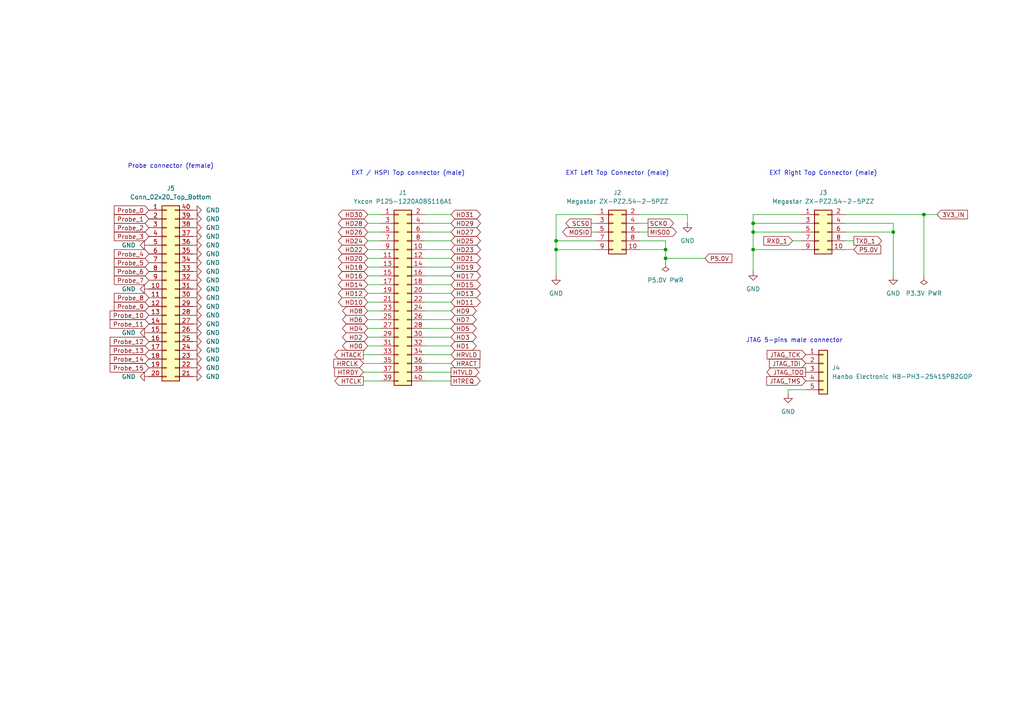
<source format=kicad_sch>
(kicad_sch (version 20231120) (generator "eeschema") (generator_version "8.0")
  (paper "A4")
  (title_block (title "HydraSucréLA"))
  (lib_symbols
    (symbol "Connector_Generic:Conn_01x05" (pin_names (offset 1.016) hide)
      (property "Reference" "J" (at 0 7.62 0))
      (property "Value" "Conn_01x05" (at 0 -7.62 0))
      (symbol "Conn_01x05_1_1"
        (rectangle (start -1.27 -4.953) (end 0 -5.207) (stroke (width 0.1524)))
        (rectangle (start -1.27 -2.413) (end 0 -2.667) (stroke (width 0.1524)))
        (rectangle (start -1.27 0.127) (end 0 -0.127) (stroke (width 0.1524)))
        (rectangle (start -1.27 2.667) (end 0 2.413) (stroke (width 0.1524)))
        (rectangle (start -1.27 5.207) (end 0 4.953) (stroke (width 0.1524)))
        (rectangle (start -1.27 6.35) (end 1.27 -6.35) (stroke (width 0.254)) (fill (type background)))
        (pin passive line (at -5.08 5.08 0) (length 3.81) (name "Pin_1") (number "1"))
        (pin passive line (at -5.08 2.54 0) (length 3.81) (name "Pin_2") (number "2"))
        (pin passive line (at -5.08 0 0) (length 3.81) (name "Pin_3") (number "3"))
        (pin passive line (at -5.08 -2.54 0) (length 3.81) (name "Pin_4") (number "4"))
        (pin passive line (at -5.08 -5.08 0) (length 3.81) (name "Pin_5") (number "5"))
      )
    )
    (symbol "Connector_Generic:Conn_02x05_Odd_Even" (pin_names (offset 1.016) hide)
      (property "Reference" "J" (at 1.27 7.62 0))
      (property "Value" "Conn_02x05_Odd_Even" (at 1.27 -7.62 0))
      (symbol "Conn_02x05_Odd_Even_1_1"
        (rectangle (start -1.27 -4.953) (end 0 -5.207) (stroke (width 0.1524)))
        (rectangle (start -1.27 -2.413) (end 0 -2.667) (stroke (width 0.1524)))
        (rectangle (start -1.27 0.127) (end 0 -0.127) (stroke (width 0.1524)))
        (rectangle (start -1.27 2.667) (end 0 2.413) (stroke (width 0.1524)))
        (rectangle (start -1.27 5.207) (end 0 4.953) (stroke (width 0.1524)))
        (rectangle (start -1.27 6.35) (end 3.81 -6.35) (stroke (width 0.254)) (fill (type background)))
        (rectangle (start 3.81 -4.953) (end 2.54 -5.207) (stroke (width 0.1524)))
        (rectangle (start 3.81 -2.413) (end 2.54 -2.667) (stroke (width 0.1524)))
        (rectangle (start 3.81 0.127) (end 2.54 -0.127) (stroke (width 0.1524)))
        (rectangle (start 3.81 2.667) (end 2.54 2.413) (stroke (width 0.1524)))
        (rectangle (start 3.81 5.207) (end 2.54 4.953) (stroke (width 0.1524)))
        (pin passive line (at -5.08 5.08 0) (length 3.81) (name "Pin_1") (number "1"))
        (pin passive line (at 7.62 -5.08 180) (length 3.81) (name "Pin_10") (number "10"))
        (pin passive line (at 7.62 5.08 180) (length 3.81) (name "Pin_2") (number "2"))
        (pin passive line (at -5.08 2.54 0) (length 3.81) (name "Pin_3") (number "3"))
        (pin passive line (at 7.62 2.54 180) (length 3.81) (name "Pin_4") (number "4"))
        (pin passive line (at -5.08 0 0) (length 3.81) (name "Pin_5") (number "5"))
        (pin passive line (at 7.62 0 180) (length 3.81) (name "Pin_6") (number "6"))
        (pin passive line (at -5.08 -2.54 0) (length 3.81) (name "Pin_7") (number "7"))
        (pin passive line (at 7.62 -2.54 180) (length 3.81) (name "Pin_8") (number "8"))
        (pin passive line (at -5.08 -5.08 0) (length 3.81) (name "Pin_9") (number "9"))
      )
    )
    (symbol "Connector_Generic:Conn_02x20_Counter_Clockwise" (pin_names (offset 1.016) hide)
      (property "Reference" "J" (at 1.27 25.4 0))
      (property "Value" "Conn_02x20_Counter_Clockwise" (at 1.27 -27.94 0))
      (symbol "Conn_02x20_Counter_Clockwise_1_1"
        (rectangle (start -1.27 -25.273) (end 0 -25.527) (stroke (width 0.1524)))
        (rectangle (start -1.27 -22.733) (end 0 -22.987) (stroke (width 0.1524)))
        (rectangle (start -1.27 -20.193) (end 0 -20.447) (stroke (width 0.1524)))
        (rectangle (start -1.27 -17.653) (end 0 -17.907) (stroke (width 0.1524)))
        (rectangle (start -1.27 -15.113) (end 0 -15.367) (stroke (width 0.1524)))
        (rectangle (start -1.27 -12.573) (end 0 -12.827) (stroke (width 0.1524)))
        (rectangle (start -1.27 -10.033) (end 0 -10.287) (stroke (width 0.1524)))
        (rectangle (start -1.27 -7.493) (end 0 -7.747) (stroke (width 0.1524)))
        (rectangle (start -1.27 -4.953) (end 0 -5.207) (stroke (width 0.1524)))
        (rectangle (start -1.27 -2.413) (end 0 -2.667) (stroke (width 0.1524)))
        (rectangle (start -1.27 0.127) (end 0 -0.127) (stroke (width 0.1524)))
        (rectangle (start -1.27 2.667) (end 0 2.413) (stroke (width 0.1524)))
        (rectangle (start -1.27 5.207) (end 0 4.953) (stroke (width 0.1524)))
        (rectangle (start -1.27 7.747) (end 0 7.493) (stroke (width 0.1524)))
        (rectangle (start -1.27 10.287) (end 0 10.033) (stroke (width 0.1524)))
        (rectangle (start -1.27 12.827) (end 0 12.573) (stroke (width 0.1524)))
        (rectangle (start -1.27 15.367) (end 0 15.113) (stroke (width 0.1524)))
        (rectangle (start -1.27 17.907) (end 0 17.653) (stroke (width 0.1524)))
        (rectangle (start -1.27 20.447) (end 0 20.193) (stroke (width 0.1524)))
        (rectangle (start -1.27 22.987) (end 0 22.733) (stroke (width 0.1524)))
        (rectangle (start -1.27 24.13) (end 3.81 -26.67) (stroke (width 0.254)) (fill (type background)))
        (rectangle (start 3.81 -25.273) (end 2.54 -25.527) (stroke (width 0.1524)))
        (rectangle (start 3.81 -22.733) (end 2.54 -22.987) (stroke (width 0.1524)))
        (rectangle (start 3.81 -20.193) (end 2.54 -20.447) (stroke (width 0.1524)))
        (rectangle (start 3.81 -17.653) (end 2.54 -17.907) (stroke (width 0.1524)))
        (rectangle (start 3.81 -15.113) (end 2.54 -15.367) (stroke (width 0.1524)))
        (rectangle (start 3.81 -12.573) (end 2.54 -12.827) (stroke (width 0.1524)))
        (rectangle (start 3.81 -10.033) (end 2.54 -10.287) (stroke (width 0.1524)))
        (rectangle (start 3.81 -7.493) (end 2.54 -7.747) (stroke (width 0.1524)))
        (rectangle (start 3.81 -4.953) (end 2.54 -5.207) (stroke (width 0.1524)))
        (rectangle (start 3.81 -2.413) (end 2.54 -2.667) (stroke (width 0.1524)))
        (rectangle (start 3.81 0.127) (end 2.54 -0.127) (stroke (width 0.1524)))
        (rectangle (start 3.81 2.667) (end 2.54 2.413) (stroke (width 0.1524)))
        (rectangle (start 3.81 5.207) (end 2.54 4.953) (stroke (width 0.1524)))
        (rectangle (start 3.81 7.747) (end 2.54 7.493) (stroke (width 0.1524)))
        (rectangle (start 3.81 10.287) (end 2.54 10.033) (stroke (width 0.1524)))
        (rectangle (start 3.81 12.827) (end 2.54 12.573) (stroke (width 0.1524)))
        (rectangle (start 3.81 15.367) (end 2.54 15.113) (stroke (width 0.1524)))
        (rectangle (start 3.81 17.907) (end 2.54 17.653) (stroke (width 0.1524)))
        (rectangle (start 3.81 20.447) (end 2.54 20.193) (stroke (width 0.1524)))
        (rectangle (start 3.81 22.987) (end 2.54 22.733) (stroke (width 0.1524)))
        (pin passive line (at -5.08 22.86 0) (length 3.81) (name "Pin_1") (number "1"))
        (pin passive line (at -5.08 0 0) (length 3.81) (name "Pin_10") (number "10"))
        (pin passive line (at -5.08 -2.54 0) (length 3.81) (name "Pin_11") (number "11"))
        (pin passive line (at -5.08 -5.08 0) (length 3.81) (name "Pin_12") (number "12"))
        (pin passive line (at -5.08 -7.62 0) (length 3.81) (name "Pin_13") (number "13"))
        (pin passive line (at -5.08 -10.16 0) (length 3.81) (name "Pin_14") (number "14"))
        (pin passive line (at -5.08 -12.7 0) (length 3.81) (name "Pin_15") (number "15"))
        (pin passive line (at -5.08 -15.24 0) (length 3.81) (name "Pin_16") (number "16"))
        (pin passive line (at -5.08 -17.78 0) (length 3.81) (name "Pin_17") (number "17"))
        (pin passive line (at -5.08 -20.32 0) (length 3.81) (name "Pin_18") (number "18"))
        (pin passive line (at -5.08 -22.86 0) (length 3.81) (name "Pin_19") (number "19"))
        (pin passive line (at -5.08 20.32 0) (length 3.81) (name "Pin_2") (number "2"))
        (pin passive line (at -5.08 -25.4 0) (length 3.81) (name "Pin_20") (number "20"))
        (pin passive line (at 7.62 -25.4 180) (length 3.81) (name "Pin_21") (number "21"))
        (pin passive line (at 7.62 -22.86 180) (length 3.81) (name "Pin_22") (number "22"))
        (pin passive line (at 7.62 -20.32 180) (length 3.81) (name "Pin_23") (number "23"))
        (pin passive line (at 7.62 -17.78 180) (length 3.81) (name "Pin_24") (number "24"))
        (pin passive line (at 7.62 -15.24 180) (length 3.81) (name "Pin_25") (number "25"))
        (pin passive line (at 7.62 -12.7 180) (length 3.81) (name "Pin_26") (number "26"))
        (pin passive line (at 7.62 -10.16 180) (length 3.81) (name "Pin_27") (number "27"))
        (pin passive line (at 7.62 -7.62 180) (length 3.81) (name "Pin_28") (number "28"))
        (pin passive line (at 7.62 -5.08 180) (length 3.81) (name "Pin_29") (number "29"))
        (pin passive line (at -5.08 17.78 0) (length 3.81) (name "Pin_3") (number "3"))
        (pin passive line (at 7.62 -2.54 180) (length 3.81) (name "Pin_30") (number "30"))
        (pin passive line (at 7.62 0 180) (length 3.81) (name "Pin_31") (number "31"))
        (pin passive line (at 7.62 2.54 180) (length 3.81) (name "Pin_32") (number "32"))
        (pin passive line (at 7.62 5.08 180) (length 3.81) (name "Pin_33") (number "33"))
        (pin passive line (at 7.62 7.62 180) (length 3.81) (name "Pin_34") (number "34"))
        (pin passive line (at 7.62 10.16 180) (length 3.81) (name "Pin_35") (number "35"))
        (pin passive line (at 7.62 12.7 180) (length 3.81) (name "Pin_36") (number "36"))
        (pin passive line (at 7.62 15.24 180) (length 3.81) (name "Pin_37") (number "37"))
        (pin passive line (at 7.62 17.78 180) (length 3.81) (name "Pin_38") (number "38"))
        (pin passive line (at 7.62 20.32 180) (length 3.81) (name "Pin_39") (number "39"))
        (pin passive line (at -5.08 15.24 0) (length 3.81) (name "Pin_4") (number "4"))
        (pin passive line (at 7.62 22.86 180) (length 3.81) (name "Pin_40") (number "40"))
        (pin passive line (at -5.08 12.7 0) (length 3.81) (name "Pin_5") (number "5"))
        (pin passive line (at -5.08 10.16 0) (length 3.81) (name "Pin_6") (number "6"))
        (pin passive line (at -5.08 7.62 0) (length 3.81) (name "Pin_7") (number "7"))
        (pin passive line (at -5.08 5.08 0) (length 3.81) (name "Pin_8") (number "8"))
        (pin passive line (at -5.08 2.54 0) (length 3.81) (name "Pin_9") (number "9"))
      )
    )
    (symbol "Connector_Generic:Conn_02x20_Odd_Even" (pin_names (offset 1.016) hide)
      (property "Reference" "J" (at 1.27 25.4 0))
      (property "Value" "Conn_02x20_Odd_Even" (at 1.27 -27.94 0))
      (symbol "Conn_02x20_Odd_Even_1_1"
        (rectangle (start -1.27 -25.273) (end 0 -25.527) (stroke (width 0.1524)))
        (rectangle (start -1.27 -22.733) (end 0 -22.987) (stroke (width 0.1524)))
        (rectangle (start -1.27 -20.193) (end 0 -20.447) (stroke (width 0.1524)))
        (rectangle (start -1.27 -17.653) (end 0 -17.907) (stroke (width 0.1524)))
        (rectangle (start -1.27 -15.113) (end 0 -15.367) (stroke (width 0.1524)))
        (rectangle (start -1.27 -12.573) (end 0 -12.827) (stroke (width 0.1524)))
        (rectangle (start -1.27 -10.033) (end 0 -10.287) (stroke (width 0.1524)))
        (rectangle (start -1.27 -7.493) (end 0 -7.747) (stroke (width 0.1524)))
        (rectangle (start -1.27 -4.953) (end 0 -5.207) (stroke (width 0.1524)))
        (rectangle (start -1.27 -2.413) (end 0 -2.667) (stroke (width 0.1524)))
        (rectangle (start -1.27 0.127) (end 0 -0.127) (stroke (width 0.1524)))
        (rectangle (start -1.27 2.667) (end 0 2.413) (stroke (width 0.1524)))
        (rectangle (start -1.27 5.207) (end 0 4.953) (stroke (width 0.1524)))
        (rectangle (start -1.27 7.747) (end 0 7.493) (stroke (width 0.1524)))
        (rectangle (start -1.27 10.287) (end 0 10.033) (stroke (width 0.1524)))
        (rectangle (start -1.27 12.827) (end 0 12.573) (stroke (width 0.1524)))
        (rectangle (start -1.27 15.367) (end 0 15.113) (stroke (width 0.1524)))
        (rectangle (start -1.27 17.907) (end 0 17.653) (stroke (width 0.1524)))
        (rectangle (start -1.27 20.447) (end 0 20.193) (stroke (width 0.1524)))
        (rectangle (start -1.27 22.987) (end 0 22.733) (stroke (width 0.1524)))
        (rectangle (start -1.27 24.13) (end 3.81 -26.67) (stroke (width 0.254)) (fill (type background)))
        (rectangle (start 3.81 -25.273) (end 2.54 -25.527) (stroke (width 0.1524)))
        (rectangle (start 3.81 -22.733) (end 2.54 -22.987) (stroke (width 0.1524)))
        (rectangle (start 3.81 -20.193) (end 2.54 -20.447) (stroke (width 0.1524)))
        (rectangle (start 3.81 -17.653) (end 2.54 -17.907) (stroke (width 0.1524)))
        (rectangle (start 3.81 -15.113) (end 2.54 -15.367) (stroke (width 0.1524)))
        (rectangle (start 3.81 -12.573) (end 2.54 -12.827) (stroke (width 0.1524)))
        (rectangle (start 3.81 -10.033) (end 2.54 -10.287) (stroke (width 0.1524)))
        (rectangle (start 3.81 -7.493) (end 2.54 -7.747) (stroke (width 0.1524)))
        (rectangle (start 3.81 -4.953) (end 2.54 -5.207) (stroke (width 0.1524)))
        (rectangle (start 3.81 -2.413) (end 2.54 -2.667) (stroke (width 0.1524)))
        (rectangle (start 3.81 0.127) (end 2.54 -0.127) (stroke (width 0.1524)))
        (rectangle (start 3.81 2.667) (end 2.54 2.413) (stroke (width 0.1524)))
        (rectangle (start 3.81 5.207) (end 2.54 4.953) (stroke (width 0.1524)))
        (rectangle (start 3.81 7.747) (end 2.54 7.493) (stroke (width 0.1524)))
        (rectangle (start 3.81 10.287) (end 2.54 10.033) (stroke (width 0.1524)))
        (rectangle (start 3.81 12.827) (end 2.54 12.573) (stroke (width 0.1524)))
        (rectangle (start 3.81 15.367) (end 2.54 15.113) (stroke (width 0.1524)))
        (rectangle (start 3.81 17.907) (end 2.54 17.653) (stroke (width 0.1524)))
        (rectangle (start 3.81 20.447) (end 2.54 20.193) (stroke (width 0.1524)))
        (rectangle (start 3.81 22.987) (end 2.54 22.733) (stroke (width 0.1524)))
        (pin passive line (at -5.08 22.86 0) (length 3.81) (name "Pin_1") (number "1"))
        (pin passive line (at 7.62 12.7 180) (length 3.81) (name "Pin_10") (number "10"))
        (pin passive line (at -5.08 10.16 0) (length 3.81) (name "Pin_11") (number "11"))
        (pin passive line (at 7.62 10.16 180) (length 3.81) (name "Pin_12") (number "12"))
        (pin passive line (at -5.08 7.62 0) (length 3.81) (name "Pin_13") (number "13"))
        (pin passive line (at 7.62 7.62 180) (length 3.81) (name "Pin_14") (number "14"))
        (pin passive line (at -5.08 5.08 0) (length 3.81) (name "Pin_15") (number "15"))
        (pin passive line (at 7.62 5.08 180) (length 3.81) (name "Pin_16") (number "16"))
        (pin passive line (at -5.08 2.54 0) (length 3.81) (name "Pin_17") (number "17"))
        (pin passive line (at 7.62 2.54 180) (length 3.81) (name "Pin_18") (number "18"))
        (pin passive line (at -5.08 0 0) (length 3.81) (name "Pin_19") (number "19"))
        (pin passive line (at 7.62 22.86 180) (length 3.81) (name "Pin_2") (number "2"))
        (pin passive line (at 7.62 0 180) (length 3.81) (name "Pin_20") (number "20"))
        (pin passive line (at -5.08 -2.54 0) (length 3.81) (name "Pin_21") (number "21"))
        (pin passive line (at 7.62 -2.54 180) (length 3.81) (name "Pin_22") (number "22"))
        (pin passive line (at -5.08 -5.08 0) (length 3.81) (name "Pin_23") (number "23"))
        (pin passive line (at 7.62 -5.08 180) (length 3.81) (name "Pin_24") (number "24"))
        (pin passive line (at -5.08 -7.62 0) (length 3.81) (name "Pin_25") (number "25"))
        (pin passive line (at 7.62 -7.62 180) (length 3.81) (name "Pin_26") (number "26"))
        (pin passive line (at -5.08 -10.16 0) (length 3.81) (name "Pin_27") (number "27"))
        (pin passive line (at 7.62 -10.16 180) (length 3.81) (name "Pin_28") (number "28"))
        (pin passive line (at -5.08 -12.7 0) (length 3.81) (name "Pin_29") (number "29"))
        (pin passive line (at -5.08 20.32 0) (length 3.81) (name "Pin_3") (number "3"))
        (pin passive line (at 7.62 -12.7 180) (length 3.81) (name "Pin_30") (number "30"))
        (pin passive line (at -5.08 -15.24 0) (length 3.81) (name "Pin_31") (number "31"))
        (pin passive line (at 7.62 -15.24 180) (length 3.81) (name "Pin_32") (number "32"))
        (pin passive line (at -5.08 -17.78 0) (length 3.81) (name "Pin_33") (number "33"))
        (pin passive line (at 7.62 -17.78 180) (length 3.81) (name "Pin_34") (number "34"))
        (pin passive line (at -5.08 -20.32 0) (length 3.81) (name "Pin_35") (number "35"))
        (pin passive line (at 7.62 -20.32 180) (length 3.81) (name "Pin_36") (number "36"))
        (pin passive line (at -5.08 -22.86 0) (length 3.81) (name "Pin_37") (number "37"))
        (pin passive line (at 7.62 -22.86 180) (length 3.81) (name "Pin_38") (number "38"))
        (pin passive line (at -5.08 -25.4 0) (length 3.81) (name "Pin_39") (number "39"))
        (pin passive line (at 7.62 20.32 180) (length 3.81) (name "Pin_4") (number "4"))
        (pin passive line (at 7.62 -25.4 180) (length 3.81) (name "Pin_40") (number "40"))
        (pin passive line (at -5.08 17.78 0) (length 3.81) (name "Pin_5") (number "5"))
        (pin passive line (at 7.62 17.78 180) (length 3.81) (name "Pin_6") (number "6"))
        (pin passive line (at -5.08 15.24 0) (length 3.81) (name "Pin_7") (number "7"))
        (pin passive line (at 7.62 15.24 180) (length 3.81) (name "Pin_8") (number "8"))
        (pin passive line (at -5.08 12.7 0) (length 3.81) (name "Pin_9") (number "9"))
      )
    )
    (symbol "power:GND" (power) (pin_numbers hide) (pin_names (offset 0) hide)
      (property "Value" "GND" (at 0 -3.81 0))
      (symbol "GND_0_1"
        (polyline (pts (xy 0 0) (xy 0 -1.27) (xy 1.27 -1.27) (xy 0 -2.54) (xy -1.27 -1.27) (xy 0 -1.27)))
      )
      (symbol "GND_1_1"
        (pin power_in line (at 0 0 270) (length 0) (name "~") (number "1"))
      )
    )
    (symbol "power:PWR_FLAG" (power) (pin_numbers hide) (pin_names (offset 0) hide)
      (property "Value" "PWR_FLAG" (at 0 3.81 0))
      (symbol "PWR_FLAG_0_0"
        (pin power_out line (at 0 0 90) (length 0) (name "~") (number "1"))
      )
      (symbol "PWR_FLAG_0_1"
        (polyline (pts (xy 0 0) (xy 0 1.27) (xy -1.016 1.905) (xy 0 2.54) (xy 1.016 1.905) (xy 0 1.27)))
      )
    )
  )
  (junction (at 193.04 72.39))
  (junction (at 267.97 62.23))
  (junction (at 193.04 74.93))
  (junction (at 259.08 67.31))
  (junction (at 218.44 72.39))
  (junction (at 161.29 72.39))
  (junction (at 218.44 67.31))
  (junction (at 218.44 64.77))
  (junction (at 161.29 69.85))
  (wire (pts (xy 123.19 85.09) (xy 130.81 85.09)))
  (wire (pts (xy 267.97 62.23) (xy 271.78 62.23)))
  (wire (pts (xy 106.68 90.17) (xy 110.49 90.17)))
  (wire (pts (xy 106.68 95.25) (xy 110.49 95.25)))
  (wire (pts (xy 259.08 64.77) (xy 259.08 67.31)))
  (wire (pts (xy 218.44 64.77) (xy 232.41 64.77)))
  (wire (pts (xy 123.19 90.17) (xy 130.81 90.17)))
  (wire (pts (xy 123.19 80.01) (xy 130.81 80.01)))
  (wire (pts (xy 193.04 74.93) (xy 193.04 76.2)))
  (wire (pts (xy 105.41 110.49) (xy 110.49 110.49)))
  (wire (pts (xy 161.29 69.85) (xy 161.29 62.23)))
  (wire (pts (xy 229.87 69.85) (xy 232.41 69.85)))
  (wire (pts (xy 218.44 62.23) (xy 218.44 64.77)))
  (wire (pts (xy 123.19 72.39) (xy 130.81 72.39)))
  (wire (pts (xy 123.19 64.77) (xy 130.81 64.77)))
  (wire (pts (xy 185.42 72.39) (xy 193.04 72.39)))
  (wire (pts (xy 161.29 72.39) (xy 161.29 69.85)))
  (wire (pts (xy 106.68 82.55) (xy 110.49 82.55)))
  (wire (pts (xy 161.29 72.39) (xy 161.29 80.01)))
  (wire (pts (xy 106.68 97.79) (xy 110.49 97.79)))
  (wire (pts (xy 232.41 62.23) (xy 218.44 62.23)))
  (wire (pts (xy 106.68 72.39) (xy 110.49 72.39)))
  (wire (pts (xy 185.42 69.85) (xy 193.04 69.85)))
  (wire (pts (xy 185.42 62.23) (xy 199.39 62.23)))
  (wire (pts (xy 123.19 102.87) (xy 130.81 102.87)))
  (wire (pts (xy 106.68 62.23) (xy 110.49 62.23)))
  (wire (pts (xy 161.29 62.23) (xy 172.72 62.23)))
  (wire (pts (xy 218.44 64.77) (xy 218.44 67.31)))
  (wire (pts (xy 106.68 74.93) (xy 110.49 74.93)))
  (wire (pts (xy 232.41 72.39) (xy 218.44 72.39)))
  (wire (pts (xy 245.11 69.85) (xy 247.65 69.85)))
  (wire (pts (xy 218.44 72.39) (xy 218.44 78.74)))
  (wire (pts (xy 123.19 87.63) (xy 130.81 87.63)))
  (wire (pts (xy 106.68 92.71) (xy 110.49 92.71)))
  (wire (pts (xy 123.19 77.47) (xy 130.81 77.47)))
  (wire (pts (xy 172.72 69.85) (xy 161.29 69.85)))
  (wire (pts (xy 245.11 72.39) (xy 247.65 72.39)))
  (wire (pts (xy 123.19 95.25) (xy 130.81 95.25)))
  (wire (pts (xy 171.45 67.31) (xy 172.72 67.31)))
  (wire (pts (xy 106.68 67.31) (xy 110.49 67.31)))
  (wire (pts (xy 245.11 67.31) (xy 259.08 67.31)))
  (wire (pts (xy 199.39 62.23) (xy 199.39 64.77)))
  (wire (pts (xy 193.04 72.39) (xy 193.04 74.93)))
  (wire (pts (xy 106.68 87.63) (xy 110.49 87.63)))
  (wire (pts (xy 106.68 77.47) (xy 110.49 77.47)))
  (wire (pts (xy 105.41 102.87) (xy 110.49 102.87)))
  (wire (pts (xy 106.68 64.77) (xy 110.49 64.77)))
  (wire (pts (xy 193.04 69.85) (xy 193.04 72.39)))
  (wire (pts (xy 123.19 69.85) (xy 130.81 69.85)))
  (wire (pts (xy 218.44 67.31) (xy 232.41 67.31)))
  (wire (pts (xy 123.19 105.41) (xy 130.81 105.41)))
  (wire (pts (xy 106.68 100.33) (xy 110.49 100.33)))
  (wire (pts (xy 123.19 62.23) (xy 130.81 62.23)))
  (wire (pts (xy 185.42 64.77) (xy 187.96 64.77)))
  (wire (pts (xy 171.45 64.77) (xy 172.72 64.77)))
  (wire (pts (xy 228.6 113.03) (xy 233.68 113.03)))
  (wire (pts (xy 267.97 62.23) (xy 267.97 80.01)))
  (wire (pts (xy 123.19 92.71) (xy 130.81 92.71)))
  (wire (pts (xy 245.11 64.77) (xy 259.08 64.77)))
  (wire (pts (xy 123.19 107.95) (xy 130.81 107.95)))
  (wire (pts (xy 123.19 67.31) (xy 130.81 67.31)))
  (wire (pts (xy 245.11 62.23) (xy 267.97 62.23)))
  (wire (pts (xy 105.41 107.95) (xy 110.49 107.95)))
  (wire (pts (xy 259.08 67.31) (xy 259.08 80.01)))
  (wire (pts (xy 106.68 80.01) (xy 110.49 80.01)))
  (wire (pts (xy 123.19 74.93) (xy 130.81 74.93)))
  (wire (pts (xy 172.72 72.39) (xy 161.29 72.39)))
  (wire (pts (xy 185.42 67.31) (xy 187.96 67.31)))
  (wire (pts (xy 123.19 110.49) (xy 130.81 110.49)))
  (wire (pts (xy 106.68 69.85) (xy 110.49 69.85)))
  (wire (pts (xy 123.19 82.55) (xy 130.81 82.55)))
  (wire (pts (xy 123.19 100.33) (xy 130.81 100.33)))
  (wire (pts (xy 218.44 67.31) (xy 218.44 72.39)))
  (wire (pts (xy 106.68 85.09) (xy 110.49 85.09)))
  (wire (pts (xy 228.6 114.3) (xy 228.6 113.03)))
  (wire (pts (xy 193.04 74.93) (xy 204.47 74.93)))
  (wire (pts (xy 123.19 97.79) (xy 130.81 97.79)))
  (wire (pts (xy 105.41 105.41) (xy 110.49 105.41)))
  (text "Probe connector (female)" (at 49.53 48.26 0) (effects (font (size 1.27 1.27))))
  (text "EXT Right Top Connector (male)" (at 238.76 50.292 0) (effects (font (size 1.27 1.27))))
  (text "EXT / HSPI Top connector (male)" (at 118.364 50.292 0) (effects (font (size 1.27 1.27))))
  (text "JTAG 5-pins male connector" (at 230.378 98.806 0) (effects (font (size 1.27 1.27))))
  (text "EXT Left Top Connector (male)" (at 179.07 50.292 0) (effects (font (size 1.27 1.27))))
  (global_label "Probe_5" (shape input) (at 43.18 76.2 180) (property "Intersheetrefs" "${INTERSHEET_REFS}" (effects (hide yes))))
  (global_label "HTACK" (shape output) (at 105.41 102.87 180) (property "Intersheetrefs" "${INTERSHEET_REFS}" (effects (hide yes))))
  (global_label "Probe_7" (shape input) (at 43.18 81.28 180) (property "Intersheetrefs" "${INTERSHEET_REFS}" (effects (hide yes))))
  (global_label "Probe_6" (shape input) (at 43.18 78.74 180) (property "Intersheetrefs" "${INTERSHEET_REFS}" (effects (hide yes))))
  (global_label "HD5" (shape bidirectional) (at 130.81 95.25 0) (property "Intersheetrefs" "${INTERSHEET_REFS}" (effects (hide yes))))
  (global_label "HD28" (shape bidirectional) (at 106.68 64.77 180) (property "Intersheetrefs" "${INTERSHEET_REFS}" (effects (hide yes))))
  (global_label "HD13" (shape bidirectional) (at 130.81 85.09 0) (property "Intersheetrefs" "${INTERSHEET_REFS}" (effects (hide yes))))
  (global_label "HD30" (shape bidirectional) (at 106.68 62.23 180) (property "Intersheetrefs" "${INTERSHEET_REFS}" (effects (hide yes))))
  (global_label "TXD_1" (shape output) (at 247.65 69.85 0) (property "Intersheetrefs" "${INTERSHEET_REFS}" (effects (hide yes))))
  (global_label "HTVLD" (shape output) (at 130.81 107.95 0) (property "Intersheetrefs" "${INTERSHEET_REFS}" (effects (hide yes))))
  (global_label "HD25" (shape bidirectional) (at 130.81 69.85 0) (property "Intersheetrefs" "${INTERSHEET_REFS}" (effects (hide yes))))
  (global_label "HD26" (shape bidirectional) (at 106.68 67.31 180) (property "Intersheetrefs" "${INTERSHEET_REFS}" (effects (hide yes))))
  (global_label "3V3_IN" (shape input) (at 271.78 62.23 0) (property "Intersheetrefs" "${INTERSHEET_REFS}" (effects (hide yes))))
  (global_label "HD22" (shape bidirectional) (at 106.68 72.39 180) (property "Intersheetrefs" "${INTERSHEET_REFS}" (effects (hide yes))))
  (global_label "HD3" (shape bidirectional) (at 130.81 97.79 0) (property "Intersheetrefs" "${INTERSHEET_REFS}" (effects (hide yes))))
  (global_label "Probe_15" (shape input) (at 43.18 106.68 180) (property "Intersheetrefs" "${INTERSHEET_REFS}" (effects (hide yes))))
  (global_label "SCK0" (shape output) (at 187.96 64.77 0) (property "Intersheetrefs" "${INTERSHEET_REFS}" (effects (hide yes))))
  (global_label "Probe_14" (shape input) (at 43.18 104.14 180) (property "Intersheetrefs" "${INTERSHEET_REFS}" (effects (hide yes))))
  (global_label "Probe_12" (shape input) (at 43.18 99.06 180) (property "Intersheetrefs" "${INTERSHEET_REFS}" (effects (hide yes))))
  (global_label "P5.0V" (shape input) (at 204.47 74.93 0) (property "Intersheetrefs" "${INTERSHEET_REFS}" (effects (hide yes))))
  (global_label "SCS0" (shape output) (at 171.45 64.77 180) (property "Intersheetrefs" "${INTERSHEET_REFS}" (effects (hide yes))))
  (global_label "P5.0V" (shape input) (at 247.65 72.39 0) (property "Intersheetrefs" "${INTERSHEET_REFS}" (effects (hide yes))))
  (global_label "Probe_3" (shape input) (at 43.18 68.58 180) (property "Intersheetrefs" "${INTERSHEET_REFS}" (effects (hide yes))))
  (global_label "HD11" (shape bidirectional) (at 130.81 87.63 0) (property "Intersheetrefs" "${INTERSHEET_REFS}" (effects (hide yes))))
  (global_label "JTAG_TMS" (shape input) (at 233.68 110.49 180) (property "Intersheetrefs" "${INTERSHEET_REFS}" (effects (hide yes))))
  (global_label "Probe_4" (shape input) (at 43.18 73.66 180) (property "Intersheetrefs" "${INTERSHEET_REFS}" (effects (hide yes))))
  (global_label "HD1" (shape bidirectional) (at 130.81 100.33 0) (property "Intersheetrefs" "${INTERSHEET_REFS}" (effects (hide yes))))
  (global_label "Probe_10" (shape input) (at 43.18 91.44 180) (property "Intersheetrefs" "${INTERSHEET_REFS}" (effects (hide yes))))
  (global_label "Probe_1" (shape input) (at 43.18 63.5 180) (property "Intersheetrefs" "${INTERSHEET_REFS}" (effects (hide yes))))
  (global_label "HD19" (shape bidirectional) (at 130.81 77.47 0) (property "Intersheetrefs" "${INTERSHEET_REFS}" (effects (hide yes))))
  (global_label "Probe_9" (shape input) (at 43.18 88.9 180) (property "Intersheetrefs" "${INTERSHEET_REFS}" (effects (hide yes))))
  (global_label "HTCLK" (shape output) (at 105.41 110.49 180) (property "Intersheetrefs" "${INTERSHEET_REFS}" (effects (hide yes))))
  (global_label "HTRDY" (shape input) (at 105.41 107.95 180) (property "Intersheetrefs" "${INTERSHEET_REFS}" (effects (hide yes))))
  (global_label "Probe_2" (shape input) (at 43.18 66.04 180) (property "Intersheetrefs" "${INTERSHEET_REFS}" (effects (hide yes))))
  (global_label "Probe_11" (shape input) (at 43.18 93.98 180) (property "Intersheetrefs" "${INTERSHEET_REFS}" (effects (hide yes))))
  (global_label "HD24" (shape bidirectional) (at 106.68 69.85 180) (property "Intersheetrefs" "${INTERSHEET_REFS}" (effects (hide yes))))
  (global_label "HD20" (shape bidirectional) (at 106.68 74.93 180) (property "Intersheetrefs" "${INTERSHEET_REFS}" (effects (hide yes))))
  (global_label "HD21" (shape bidirectional) (at 130.81 74.93 0) (property "Intersheetrefs" "${INTERSHEET_REFS}" (effects (hide yes))))
  (global_label "MOSI0" (shape output) (at 171.45 67.31 180) (property "Intersheetrefs" "${INTERSHEET_REFS}" (effects (hide yes))))
  (global_label "JTAG_TDI" (shape input) (at 233.68 105.41 180) (property "Intersheetrefs" "${INTERSHEET_REFS}" (effects (hide yes))))
  (global_label "HD10" (shape bidirectional) (at 106.68 87.63 180) (property "Intersheetrefs" "${INTERSHEET_REFS}" (effects (hide yes))))
  (global_label "HD14" (shape bidirectional) (at 106.68 82.55 180) (property "Intersheetrefs" "${INTERSHEET_REFS}" (effects (hide yes))))
  (global_label "HD6" (shape bidirectional) (at 106.68 92.71 180) (property "Intersheetrefs" "${INTERSHEET_REFS}" (effects (hide yes))))
  (global_label "Probe_8" (shape input) (at 43.18 86.36 180) (property "Intersheetrefs" "${INTERSHEET_REFS}" (effects (hide yes))))
  (global_label "HD0" (shape bidirectional) (at 106.68 100.33 180) (property "Intersheetrefs" "${INTERSHEET_REFS}" (effects (hide yes))))
  (global_label "HD27" (shape bidirectional) (at 130.81 67.31 0) (property "Intersheetrefs" "${INTERSHEET_REFS}" (effects (hide yes))))
  (global_label "HD7" (shape bidirectional) (at 130.81 92.71 0) (property "Intersheetrefs" "${INTERSHEET_REFS}" (effects (hide yes))))
  (global_label "HD8" (shape bidirectional) (at 106.68 90.17 180) (property "Intersheetrefs" "${INTERSHEET_REFS}" (effects (hide yes))))
  (global_label "RXD_1" (shape input) (at 229.87 69.85 180) (property "Intersheetrefs" "${INTERSHEET_REFS}" (effects (hide yes))))
  (global_label "HD31" (shape bidirectional) (at 130.81 62.23 0) (property "Intersheetrefs" "${INTERSHEET_REFS}" (effects (hide yes))))
  (global_label "JTAG_TCK" (shape input) (at 233.68 102.87 180) (property "Intersheetrefs" "${INTERSHEET_REFS}" (effects (hide yes))))
  (global_label "HD18" (shape bidirectional) (at 106.68 77.47 180) (property "Intersheetrefs" "${INTERSHEET_REFS}" (effects (hide yes))))
  (global_label "HD4" (shape bidirectional) (at 106.68 95.25 180) (property "Intersheetrefs" "${INTERSHEET_REFS}" (effects (hide yes))))
  (global_label "HD16" (shape bidirectional) (at 106.68 80.01 180) (property "Intersheetrefs" "${INTERSHEET_REFS}" (effects (hide yes))))
  (global_label "JTAG_TDO" (shape output) (at 233.68 107.95 180) (property "Intersheetrefs" "${INTERSHEET_REFS}" (effects (hide yes))))
  (global_label "HRACT" (shape input) (at 130.81 105.41 0) (property "Intersheetrefs" "${INTERSHEET_REFS}" (effects (hide yes))))
  (global_label "MISO0" (shape output) (at 187.96 67.31 0) (property "Intersheetrefs" "${INTERSHEET_REFS}" (effects (hide yes))))
  (global_label "HRVLD" (shape input) (at 130.81 102.87 0) (property "Intersheetrefs" "${INTERSHEET_REFS}" (effects (hide yes))))
  (global_label "Probe_13" (shape input) (at 43.18 101.6 180) (property "Intersheetrefs" "${INTERSHEET_REFS}" (effects (hide yes))))
  (global_label "HD12" (shape bidirectional) (at 106.68 85.09 180) (property "Intersheetrefs" "${INTERSHEET_REFS}" (effects (hide yes))))
  (global_label "HD9" (shape bidirectional) (at 130.81 90.17 0) (property "Intersheetrefs" "${INTERSHEET_REFS}" (effects (hide yes))))
  (global_label "HD29" (shape bidirectional) (at 130.81 64.77 0) (property "Intersheetrefs" "${INTERSHEET_REFS}" (effects (hide yes))))
  (global_label "HRCLK" (shape input) (at 105.41 105.41 180) (property "Intersheetrefs" "${INTERSHEET_REFS}" (effects (hide yes))))
  (global_label "Probe_0" (shape input) (at 43.18 60.96 180) (property "Intersheetrefs" "${INTERSHEET_REFS}" (effects (hide yes))))
  (global_label "HD17" (shape bidirectional) (at 130.81 80.01 0) (property "Intersheetrefs" "${INTERSHEET_REFS}" (effects (hide yes))))
  (global_label "HD15" (shape bidirectional) (at 130.81 82.55 0) (property "Intersheetrefs" "${INTERSHEET_REFS}" (effects (hide yes))))
  (global_label "HD23" (shape bidirectional) (at 130.81 72.39 0) (property "Intersheetrefs" "${INTERSHEET_REFS}" (effects (hide yes))))
  (global_label "HTREQ" (shape output) (at 130.81 110.49 0) (property "Intersheetrefs" "${INTERSHEET_REFS}" (effects (hide yes))))
  (global_label "HD2" (shape bidirectional) (at 106.68 97.79 180) (property "Intersheetrefs" "${INTERSHEET_REFS}" (effects (hide yes))))
  (symbol (lib_id "power:GND") (at 43.18 96.52 270) (unit 1)
    (property "Reference" "#PWR042" (effects (hide yes)))
    (property "Value" "GND" (at 39.37 96.5201 90) (effects (justify right)))
    (property "Description" "Power symbol creates a global label with name \"GND\" , ground" (effects (hide yes)))
  )
  (symbol (lib_id "power:GND") (at 55.88 86.36 90) (unit 1)
    (property "Reference" "#PWR030" (effects (hide yes)))
    (property "Value" "GND" (at 59.69 86.3599 90) (effects (justify right)))
    (property "Description" "Power symbol creates a global label with name \"GND\" , ground" (effects (hide yes)))
  )
  (symbol (lib_id "power:GND") (at 55.88 78.74 90) (unit 1)
    (property "Reference" "#PWR027" (effects (hide yes)))
    (property "Value" "GND" (at 59.69 78.7399 90) (effects (justify right)))
    (property "Description" "Power symbol creates a global label with name \"GND\" , ground" (effects (hide yes)))
  )
  (symbol (lib_id "Connector_Generic:Conn_02x05_Odd_Even") (at 177.8 67.31 0) (unit 1)
    (property "Reference" "J2" (at 179.07 55.88 0))
    (property "Value" "Megastar ZX-PZ2.54-2-5PZZ" (at 179.07 58.42 0))
    (property "Footprint" "Connector_PinHeader_2.54mm:PinHeader_2x05_P2.54mm_Vertical" (effects (hide yes)))
    (property "Datasheet" "https://www.lcsc.com/datasheet/lcsc_datasheet_2311221544_Megastar-ZX-PZ2-54-2-5PZZ_C7501276.pdf" (effects (hide yes)))
    (property "Description" "Generic connector, double row, 02x05, odd/even pin numbering scheme (row 1 odd numbers, row 2 even numbers), script generated (kicad-library-utils/schlib/autogen/connector/)" (effects (hide yes)))
  )
  (symbol (lib_id "power:GND") (at 55.88 83.82 90) (unit 1)
    (property "Reference" "#PWR029" (effects (hide yes)))
    (property "Value" "GND" (at 59.69 83.8199 90) (effects (justify right)))
    (property "Description" "Power symbol creates a global label with name \"GND\" , ground" (effects (hide yes)))
  )
  (symbol (lib_id "power:GND") (at 161.29 80.01 0) (unit 1)
    (property "Reference" "#PWR011" (effects (hide yes)))
    (property "Value" "GND" (at 161.29 85.09 0))
    (property "Description" "Power symbol creates a global label with name \"GND\" , ground" (effects (hide yes)))
  )
  (symbol (lib_id "power:GND") (at 43.18 109.22 270) (unit 1)
    (property "Reference" "#PWR043" (effects (hide yes)))
    (property "Value" "GND" (at 39.37 109.2201 90) (effects (justify right)))
    (property "Description" "Power symbol creates a global label with name \"GND\" , ground" (effects (hide yes)))
  )
  (symbol (lib_id "Connector_Generic:Conn_02x20_Counter_Clockwise") (at 48.26 83.82 0) (unit 1)
    (property "Reference" "J5" (at 49.53 54.61 0))
    (property "Value" "Conn_02x20_Top_Bottom" (at 49.53 57.15 0))
    (property "Footprint" "Library:probe_connector" (effects (hide yes)))
    (property "Description" "Generic connector, double row, 02x20, counter clockwise pin numbering scheme (similar to DIP package numbering), script generated (kicad-library-utils/schlib/autogen/connector/)" (effects (hide yes)))
  )
  (symbol (lib_id "power:GND") (at 55.88 71.12 90) (unit 1)
    (property "Reference" "#PWR024" (effects (hide yes)))
    (property "Value" "GND" (at 59.69 71.1199 90) (effects (justify right)))
    (property "Description" "Power symbol creates a global label with name \"GND\" , ground" (effects (hide yes)))
  )
  (symbol (lib_id "power:GND") (at 55.88 99.06 90) (unit 1)
    (property "Reference" "#PWR035" (effects (hide yes)))
    (property "Value" "GND" (at 59.69 99.0599 90) (effects (justify right)))
    (property "Description" "Power symbol creates a global label with name \"GND\" , ground" (effects (hide yes)))
  )
  (symbol (lib_id "power:GND") (at 55.88 93.98 90) (unit 1)
    (property "Reference" "#PWR033" (effects (hide yes)))
    (property "Value" "GND" (at 59.69 93.9799 90) (effects (justify right)))
    (property "Description" "Power symbol creates a global label with name \"GND\" , ground" (effects (hide yes)))
  )
  (symbol (lib_id "power:GND") (at 55.88 101.6 90) (unit 1)
    (property "Reference" "#PWR036" (effects (hide yes)))
    (property "Value" "GND" (at 59.69 101.5999 90) (effects (justify right)))
    (property "Description" "Power symbol creates a global label with name \"GND\" , ground" (effects (hide yes)))
  )
  (symbol (lib_id "power:GND") (at 218.44 78.74 0) (unit 1)
    (property "Reference" "#PWR010" (effects (hide yes)))
    (property "Value" "GND" (at 218.44 83.82 0))
    (property "Description" "Power symbol creates a global label with name \"GND\" , ground" (effects (hide yes)))
  )
  (symbol (lib_id "Connector_Generic:Conn_02x05_Odd_Even") (at 237.49 67.31 0) (unit 1)
    (property "Reference" "J3" (at 238.76 55.88 0))
    (property "Value" "Megastar ZX-PZ2.54-2-5PZZ" (at 238.76 58.42 0))
    (property "Footprint" "Connector_PinHeader_2.54mm:PinHeader_2x05_P2.54mm_Vertical" (effects (hide yes)))
    (property "Description" "Generic connector, double row, 02x05, odd/even pin numbering scheme (row 1 odd numbers, row 2 even numbers), script generated (kicad-library-utils/schlib/autogen/connector/)" (effects (hide yes)))
  )
  (symbol (lib_id "power:PWR_FLAG") (at 267.97 80.01 180) (unit 1)
    (property "Reference" "#FLG02" (effects (hide yes)))
    (property "Value" "P3.3V PWR" (at 267.97 85.09 0))
    (property "Description" "Special symbol for telling ERC where power comes from" (effects (hide yes)))
  )
  (symbol (lib_id "power:GND") (at 55.88 91.44 90) (unit 1)
    (property "Reference" "#PWR032" (effects (hide yes)))
    (property "Value" "GND" (at 59.69 91.4399 90) (effects (justify right)))
    (property "Description" "Power symbol creates a global label with name \"GND\" , ground" (effects (hide yes)))
  )
  (symbol (lib_id "power:GND") (at 55.88 88.9 90) (unit 1)
    (property "Reference" "#PWR031" (effects (hide yes)))
    (property "Value" "GND" (at 59.69 88.8999 90) (effects (justify right)))
    (property "Description" "Power symbol creates a global label with name \"GND\" , ground" (effects (hide yes)))
  )
  (symbol (lib_id "power:GND") (at 55.88 66.04 90) (unit 1)
    (property "Reference" "#PWR022" (effects (hide yes)))
    (property "Value" "GND" (at 59.69 66.0399 90) (effects (justify right)))
    (property "Description" "Power symbol creates a global label with name \"GND\" , ground" (effects (hide yes)))
  )
  (symbol (lib_id "power:GND") (at 55.88 68.58 90) (unit 1)
    (property "Reference" "#PWR023" (effects (hide yes)))
    (property "Value" "GND" (at 59.69 68.5799 90) (effects (justify right)))
    (property "Description" "Power symbol creates a global label with name \"GND\" , ground" (effects (hide yes)))
  )
  (symbol (lib_id "power:PWR_FLAG") (at 193.04 76.2 180) (unit 1)
    (property "Reference" "#FLG01" (effects (hide yes)))
    (property "Value" "P5.0V PWR" (at 193.04 81.28 0))
    (property "Description" "Special symbol for telling ERC where power comes from" (effects (hide yes)))
  )
  (symbol (lib_id "power:GND") (at 55.88 73.66 90) (unit 1)
    (property "Reference" "#PWR025" (effects (hide yes)))
    (property "Value" "GND" (at 59.69 73.6599 90) (effects (justify right)))
    (property "Description" "Power symbol creates a global label with name \"GND\" , ground" (effects (hide yes)))
  )
  (symbol (lib_id "power:GND") (at 199.39 64.77 0) (unit 1)
    (property "Reference" "#PWR09" (effects (hide yes)))
    (property "Value" "GND" (at 199.39 69.85 0))
    (property "Description" "Power symbol creates a global label with name \"GND\" , ground" (effects (hide yes)))
  )
  (symbol (lib_id "power:GND") (at 43.18 71.12 270) (unit 1)
    (property "Reference" "#PWR040" (effects (hide yes)))
    (property "Value" "GND" (at 39.37 71.1201 90) (effects (justify right)))
    (property "Description" "Power symbol creates a global label with name \"GND\" , ground" (effects (hide yes)))
  )
  (symbol (lib_id "Connector_Generic:Conn_02x20_Odd_Even") (at 115.57 85.09 0) (unit 1)
    (property "Reference" "J1" (at 116.84 55.88 0))
    (property "Value" "Yxcon P125-1220A0BS116A1" (at 116.84 58.42 0))
    (property "Footprint" "Connector_PinHeader_2.54mm:PinHeader_2x20_P2.54mm_Vertical" (effects (hide yes)))
    (property "Datasheet" "https://www.lcsc.com/datasheet/lcsc_datasheet_2403231322_Yxcon-P125-1220A0BS116A1_C19190512.pdf" (effects (hide yes)))
    (property "Description" "Generic connector, double row, 02x20, odd/even pin numbering scheme (row 1 odd numbers, row 2 even numbers), script generated (kicad-library-utils/schlib/autogen/connector/)" (effects (hide yes)))
  )
  (symbol (lib_id "power:GND") (at 259.08 80.01 0) (unit 1)
    (property "Reference" "#PWR08" (effects (hide yes)))
    (property "Value" "GND" (at 259.08 85.09 0))
    (property "Description" "Power symbol creates a global label with name \"GND\" , ground" (effects (hide yes)))
  )
  (symbol (lib_id "power:GND") (at 55.88 104.14 90) (unit 1)
    (property "Reference" "#PWR037" (effects (hide yes)))
    (property "Value" "GND" (at 59.69 104.1399 90) (effects (justify right)))
    (property "Description" "Power symbol creates a global label with name \"GND\" , ground" (effects (hide yes)))
  )
  (symbol (lib_id "power:GND") (at 43.18 83.82 270) (unit 1)
    (property "Reference" "#PWR041" (effects (hide yes)))
    (property "Value" "GND" (at 39.37 83.8201 90) (effects (justify right)))
    (property "Description" "Power symbol creates a global label with name \"GND\" , ground" (effects (hide yes)))
  )
  (symbol (lib_id "power:GND") (at 228.6 114.3 0) (unit 1)
    (property "Reference" "#PWR013" (effects (hide yes)))
    (property "Value" "GND" (at 228.6 119.38 0))
    (property "Description" "Power symbol creates a global label with name \"GND\" , ground" (effects (hide yes)))
  )
  (symbol (lib_id "power:GND") (at 55.88 60.96 90) (unit 1)
    (property "Reference" "#PWR020" (effects (hide yes)))
    (property "Value" "GND" (at 59.69 60.9599 90) (effects (justify right)))
    (property "Description" "Power symbol creates a global label with name \"GND\" , ground" (effects (hide yes)))
  )
  (symbol (lib_id "power:GND") (at 55.88 109.22 90) (unit 1)
    (property "Reference" "#PWR039" (effects (hide yes)))
    (property "Value" "GND" (at 59.69 109.2199 90) (effects (justify right)))
    (property "Description" "Power symbol creates a global label with name \"GND\" , ground" (effects (hide yes)))
  )
  (symbol (lib_id "power:GND") (at 55.88 96.52 90) (unit 1)
    (property "Reference" "#PWR034" (effects (hide yes)))
    (property "Value" "GND" (at 59.69 96.5199 90) (effects (justify right)))
    (property "Description" "Power symbol creates a global label with name \"GND\" , ground" (effects (hide yes)))
  )
  (symbol (lib_id "Connector_Generic:Conn_01x05") (at 238.76 107.95 0) (unit 1)
    (property "Reference" "J4" (at 241.3 106.6799 0) (effects (justify left)))
    (property "Value" "Hanbo Electronic HB-PH3-25415PB2GOP" (at 241.3 109.2199 0) (effects (justify left)))
    (property "Footprint" "Connector_PinSocket_2.54mm:PinSocket_1x05_P2.54mm_Vertical" (effects (hide yes)))
    (property "Datasheet" "https://www.lcsc.com/datasheet/lcsc_datasheet_2312301326_Hanbo-Electronic-HB-PH3-25415PB2GOP_C6332198.pdf" (effects (hide yes)))
    (property "Description" "Generic connector, single row, 01x05, script generated (kicad-library-utils/schlib/autogen/connector/)" (effects (hide yes)))
  )
  (symbol (lib_id "power:GND") (at 55.88 63.5 90) (unit 1)
    (property "Reference" "#PWR021" (effects (hide yes)))
    (property "Value" "GND" (at 59.69 63.4999 90) (effects (justify right)))
    (property "Description" "Power symbol creates a global label with name \"GND\" , ground" (effects (hide yes)))
  )
  (symbol (lib_id "power:GND") (at 55.88 76.2 90) (unit 1)
    (property "Reference" "#PWR026" (effects (hide yes)))
    (property "Value" "GND" (at 59.69 76.1999 90) (effects (justify right)))
    (property "Description" "Power symbol creates a global label with name \"GND\" , ground" (effects (hide yes)))
  )
  (symbol (lib_id "power:GND") (at 55.88 106.68 90) (unit 1)
    (property "Reference" "#PWR038" (effects (hide yes)))
    (property "Value" "GND" (at 59.69 106.6799 90) (effects (justify right)))
    (property "Description" "Power symbol creates a global label with name \"GND\" , ground" (effects (hide yes)))
  )
  (symbol (lib_id "power:GND") (at 55.88 81.28 90) (unit 1)
    (property "Reference" "#PWR028" (effects (hide yes)))
    (property "Value" "GND" (at 59.69 81.2799 90) (effects (justify right)))
    (property "Description" "Power symbol creates a global label with name \"GND\" , ground" (effects (hide yes)))
  )
)
</source>
